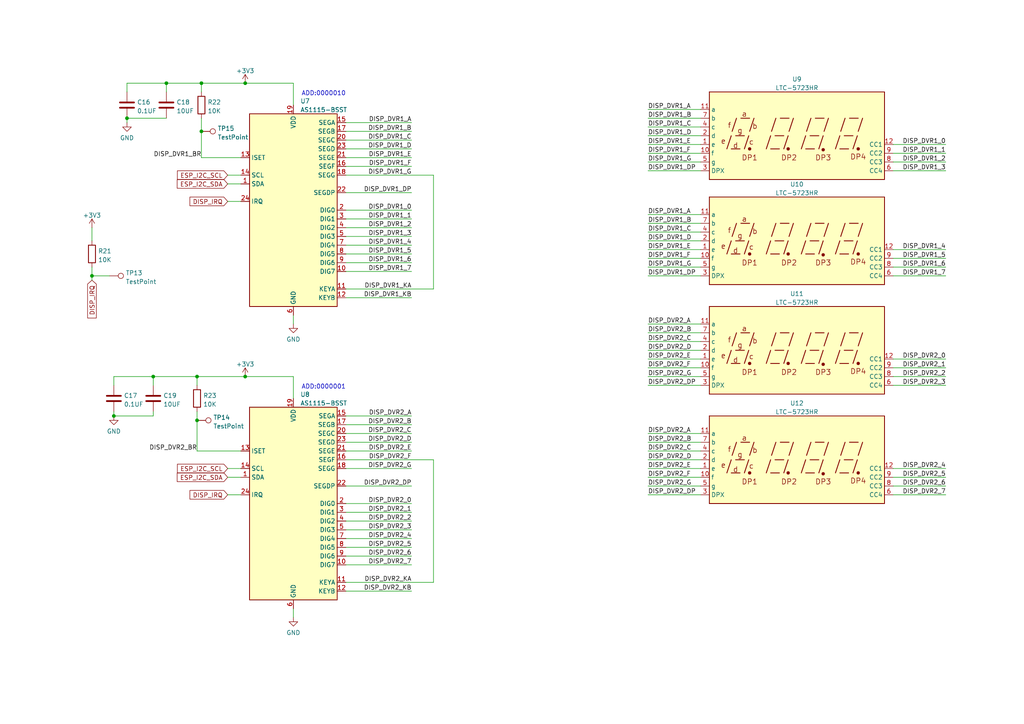
<source format=kicad_sch>
(kicad_sch (version 20211123) (generator eeschema)
  (paper "A4")
  (title_block (title "REFLOW OVEN RETOROFIT BORAD DISPLAY") (date "2022-12-25") (rev "B"))
  (lib_symbols
    (symbol "Connector:TestPoint" (pin_numbers hide) (pin_names (offset 0.762) hide)
      (property "Reference" "TP" (at 0 6.858 0))
      (property "Value" "TestPoint" (at 0 5.08 0))
      (symbol "TestPoint_0_1"
        (circle (center 0 3.302) (radius 0.762))
      )
      (symbol "TestPoint_1_1"
        (pin passive line (at 0 0 90) (length 2.54) (name "1") (number "1"))
      )
    )
    (symbol "Device:C" (pin_numbers hide) (pin_names (offset 0.254))
      (property "Reference" "C" (at 0.635 2.54 0))
      (property "Value" "C" (at 0.635 -2.54 0))
      (symbol "C_0_1"
        (polyline (pts (xy -2.032 -0.762) (xy 2.032 -0.762)) (stroke (width 0.508)))
        (polyline (pts (xy -2.032 0.762) (xy 2.032 0.762)) (stroke (width 0.508)))
      )
      (symbol "C_1_1"
        (pin passive line (at 0 3.81 270) (length 2.794) (name "~") (number "1"))
        (pin passive line (at 0 -3.81 90) (length 2.794) (name "~") (number "2"))
      )
    )
    (symbol "Device:R" (pin_numbers hide) (pin_names (offset 0))
      (property "Reference" "R" (at 2.032 0 90))
      (property "Value" "R" (at 0 0 90))
      (symbol "R_0_1"
        (rectangle (start -1.016 -2.54) (end 1.016 2.54) (stroke (width 0.254)))
      )
      (symbol "R_1_1"
        (pin passive line (at 0 3.81 270) (length 1.27) (name "~") (number "1"))
        (pin passive line (at 0 -3.81 90) (length 1.27) (name "~") (number "2"))
      )
    )
    (symbol "Display_Character:CC56-12CGKWA"
      (property "Reference" "U" (at -24.13 13.97 0))
      (property "Value" "CC56-12CGKWA" (at 17.78 13.97 0))
      (symbol "CC56-12CGKWA_0_0"
        (rectangle (start -25.4 12.7) (end 25.4 -12.7) (stroke (width 0.254)) (fill (type background)))
        (polyline (pts (xy -20.32 -3.81) (xy -19.05 0)) (stroke (width 0.254)))
        (polyline (pts (xy -19.05 -3.81) (xy -16.51 -3.81)) (stroke (width 0.254)))
        (polyline (pts (xy -18.796 1.27) (xy -17.526 5.08)) (stroke (width 0.254)))
        (polyline (pts (xy -17.78 0) (xy -15.24 0)) (stroke (width 0.254)))
        (polyline (pts (xy -16.256 5.08) (xy -13.716 5.08)) (stroke (width 0.254)))
        (polyline (pts (xy -15.24 -3.81) (xy -13.97 0)) (stroke (width 0.254)))
        (polyline (pts (xy -13.716 1.27) (xy -12.446 5.08)) (stroke (width 0.254)))
        (polyline (pts (xy -8.89 -3.81) (xy -7.62 0)) (stroke (width 0.254)))
        (polyline (pts (xy -7.62 -3.81) (xy -5.08 -3.81)) (stroke (width 0.254)))
        (polyline (pts (xy -7.366 1.27) (xy -6.096 5.08)) (stroke (width 0.254)))
        (polyline (pts (xy -6.35 0) (xy -3.81 0)) (stroke (width 0.254)))
        (polyline (pts (xy -4.826 5.08) (xy -2.286 5.08)) (stroke (width 0.254)))
        (polyline (pts (xy -3.81 -3.81) (xy -2.54 0)) (stroke (width 0.254)))
        (polyline (pts (xy -2.286 1.27) (xy -1.016 5.08)) (stroke (width 0.254)))
        (polyline (pts (xy 1.27 -3.81) (xy 2.54 0)) (stroke (width 0.254)))
        (polyline (pts (xy 2.54 -3.81) (xy 5.08 -3.81)) (stroke (width 0.254)))
        (polyline (pts (xy 2.794 1.27) (xy 4.064 5.08)) (stroke (width 0.254)))
        (polyline (pts (xy 3.81 0) (xy 6.35 0)) (stroke (width 0.254)))
        (polyline (pts (xy 5.334 5.08) (xy 7.874 5.08)) (stroke (width 0.254)))
        (polyline (pts (xy 6.35 -3.81) (xy 7.62 0)) (stroke (width 0.254)))
        (polyline (pts (xy 7.874 1.27) (xy 9.144 5.08)) (stroke (width 0.254)))
        (polyline (pts (xy 11.176 -3.81) (xy 12.446 0)) (stroke (width 0.254)))
        (polyline (pts (xy 12.446 -3.81) (xy 14.986 -3.81)) (stroke (width 0.254)))
        (polyline (pts (xy 12.7 1.27) (xy 13.97 5.08)) (stroke (width 0.254)))
        (polyline (pts (xy 13.716 0) (xy 16.256 0)) (stroke (width 0.254)))
        (polyline (pts (xy 15.24 5.08) (xy 17.78 5.08)) (stroke (width 0.254)))
        (polyline (pts (xy 16.256 -3.81) (xy 17.526 0)) (stroke (width 0.254)))
        (polyline (pts (xy 17.78 1.27) (xy 19.05 5.08)) (stroke (width 0.254)))
        (text "a" (at -15.24 6.35 0) (effects (font (size 1.524 1.524))))
        (text "b" (at -12.192 2.794 0) (effects (font (size 1.524 1.524))))
        (text "c" (at -13.208 -1.778 0) (effects (font (size 1.524 1.524))))
        (text "d" (at -17.78 -2.794 0) (effects (font (size 1.524 1.524))))
        (text "DP1" (at -13.716 -6.35 0) (effects (font (size 1.524 1.524))))
        (text "DP2" (at -2.286 -6.35 0) (effects (font (size 1.524 1.524))))
        (text "DP3" (at 7.62 -6.35 0) (effects (font (size 1.524 1.524))))
        (text "DP4" (at 17.78 -6.096 0) (effects (font (size 1.524 1.524))))
        (text "e" (at -21.336 -1.524 0) (effects (font (size 1.524 1.524))))
        (text "f" (at -19.558 3.048 0) (effects (font (size 1.524 1.524))))
        (text "g" (at -16.51 1.524 0) (effects (font (size 1.524 1.524))))
      )
      (symbol "CC56-12CGKWA_0_1"
        (circle (center -13.716 -3.81) (radius 0.3556) (stroke (width 0.254)) (fill (type outline)))
        (circle (center -2.54 -3.81) (radius 0.3556) (stroke (width 0.254)) (fill (type outline)))
      )
      (symbol "CC56-12CGKWA_1_0"
        (circle (center 7.62 -4.064) (radius 0.3556) (stroke (width 0.254)) (fill (type outline)))
        (circle (center 17.78 -3.81) (radius 0.3556) (stroke (width 0.254)) (fill (type outline)))
      )
      (symbol "CC56-12CGKWA_1_1"
        (pin input line (at -27.94 -2.54 0) (length 2.54) (name "e") (number "1"))
        (pin input line (at -27.94 -5.08 0) (length 2.54) (name "f") (number "10"))
        (pin input line (at -27.94 7.62 0) (length 2.54) (name "a") (number "11"))
        (pin input line (at 27.94 -2.54 180) (length 2.54) (name "CC1") (number "12"))
        (pin input line (at -27.94 0 0) (length 2.54) (name "d") (number "2"))
        (pin input line (at -27.94 -10.16 0) (length 2.54) (name "DPX") (number "3"))
        (pin input line (at -27.94 2.54 0) (length 2.54) (name "c") (number "4"))
        (pin input line (at -27.94 -7.62 0) (length 2.54) (name "g") (number "5"))
        (pin input line (at 27.94 -10.16 180) (length 2.54) (name "CC4") (number "6"))
        (pin input line (at -27.94 5.08 0) (length 2.54) (name "b") (number "7"))
        (pin input line (at 27.94 -7.62 180) (length 2.54) (name "CC3") (number "8"))
        (pin input line (at 27.94 -5.08 180) (length 2.54) (name "CC2") (number "9"))
      )
    )
    (symbol "Interface_Expansion:AS1115-BSST"
      (property "Reference" "U" (at -10.16 29.21 0))
      (property "Value" "AS1115-BSST" (at 2.54 29.21 0))
      (symbol "AS1115-BSST_0_1"
        (rectangle (start -12.7 27.94) (end 12.7 -27.94) (stroke (width 0.254)) (fill (type background)))
      )
      (symbol "AS1115-BSST_1_1"
        (pin bidirectional line (at -15.24 7.62 0) (length 2.54) (name "SDA") (number "1"))
        (pin open_collector line (at 15.24 -17.78 180) (length 2.54) (name "DIG7") (number "10"))
        (pin open_collector line (at 15.24 -22.86 180) (length 2.54) (name "KEYA") (number "11"))
        (pin open_collector line (at 15.24 -25.4 180) (length 2.54) (name "KEYB") (number "12"))
        (pin passive line (at -15.24 15.24 0) (length 2.54) (name "ISET") (number "13"))
        (pin input line (at -15.24 10.16 0) (length 2.54) (name "SCL") (number "14"))
        (pin output line (at 15.24 25.4 180) (length 2.54) (name "SEGA") (number "15"))
        (pin output line (at 15.24 12.7 180) (length 2.54) (name "SEGF") (number "16"))
        (pin output line (at 15.24 22.86 180) (length 2.54) (name "SEGB") (number "17"))
        (pin output line (at 15.24 10.16 180) (length 2.54) (name "SEGG") (number "18"))
        (pin power_in line (at 0 30.48 270) (length 2.54) (name "VDD") (number "19"))
        (pin open_collector line (at 15.24 0 180) (length 2.54) (name "DIG0") (number "2"))
        (pin output line (at 15.24 20.32 180) (length 2.54) (name "SEGC") (number "20"))
        (pin output line (at 15.24 15.24 180) (length 2.54) (name "SEGE") (number "21"))
        (pin output line (at 15.24 5.08 180) (length 2.54) (name "SEGDP") (number "22"))
        (pin output line (at 15.24 17.78 180) (length 2.54) (name "SEGD") (number "23"))
        (pin open_collector line (at -15.24 2.54 0) (length 2.54) (name "IRQ") (number "24"))
        (pin open_collector line (at 15.24 -2.54 180) (length 2.54) (name "DIG1") (number "3"))
        (pin open_collector line (at 15.24 -5.08 180) (length 2.54) (name "DIG2") (number "4"))
        (pin open_collector line (at 15.24 -7.62 180) (length 2.54) (name "DIG3") (number "5"))
        (pin power_in line (at 0 -30.48 90) (length 2.54) (name "GND") (number "6"))
        (pin open_collector line (at 15.24 -10.16 180) (length 2.54) (name "DIG4") (number "7"))
        (pin open_collector line (at 15.24 -12.7 180) (length 2.54) (name "DIG5") (number "8"))
        (pin open_collector line (at 15.24 -15.24 180) (length 2.54) (name "DIG6") (number "9"))
      )
    )
    (symbol "power:+3V3" (power) (pin_names (offset 0))
      (property "Value" "+3V3" (at 0 3.556 0))
      (symbol "+3V3_0_1"
        (polyline (pts (xy -0.762 1.27) (xy 0 2.54)))
        (polyline (pts (xy 0 0) (xy 0 2.54)))
        (polyline (pts (xy 0 2.54) (xy 0.762 1.27)))
      )
      (symbol "+3V3_1_1"
        (pin power_in line (at 0 0 90) (length 0) hide (name "+3V3") (number "1"))
      )
    )
    (symbol "power:GND" (power) (pin_names (offset 0))
      (property "Value" "GND" (at 0 -3.81 0))
      (symbol "GND_0_1"
        (polyline (pts (xy 0 0) (xy 0 -1.27) (xy 1.27 -1.27) (xy 0 -2.54) (xy -1.27 -1.27) (xy 0 -1.27)))
      )
      (symbol "GND_1_1"
        (pin power_in line (at 0 0 270) (length 0) hide (name "GND") (number "1"))
      )
    )
  )
  (junction (at 33.02 120.65))
  (junction (at 58.42 24.13))
  (junction (at 71.12 24.13))
  (junction (at 48.26 24.13))
  (junction (at 57.15 109.22))
  (junction (at 57.15 121.92))
  (junction (at 58.42 38.1))
  (junction (at 44.45 109.22))
  (junction (at 71.12 109.22))
  (junction (at 26.67 80.01))
  (junction (at 36.83 34.29))
  (wire (pts (xy 259.08 46.99) (xy 274.32 46.99)))
  (wire (pts (xy 187.96 99.06) (xy 203.2 99.06)))
  (wire (pts (xy 259.08 140.97) (xy 274.32 140.97)))
  (wire (pts (xy 44.45 109.22) (xy 57.15 109.22)))
  (wire (pts (xy 100.33 120.65) (xy 119.38 120.65)))
  (wire (pts (xy 100.33 40.64) (xy 119.38 40.64)))
  (wire (pts (xy 187.96 140.97) (xy 203.2 140.97)))
  (wire (pts (xy 36.83 24.13) (xy 48.26 24.13)))
  (wire (pts (xy 187.96 64.77) (xy 203.2 64.77)))
  (wire (pts (xy 259.08 80.01) (xy 274.32 80.01)))
  (wire (pts (xy 187.96 44.45) (xy 203.2 44.45)))
  (wire (pts (xy 187.96 93.98) (xy 203.2 93.98)))
  (wire (pts (xy 125.73 133.35) (xy 125.73 168.91)))
  (wire (pts (xy 259.08 109.22) (xy 274.32 109.22)))
  (wire (pts (xy 187.96 130.81) (xy 203.2 130.81)))
  (wire (pts (xy 66.04 143.51) (xy 69.85 143.51)))
  (wire (pts (xy 33.02 119.38) (xy 33.02 120.65)))
  (wire (pts (xy 100.33 128.27) (xy 119.38 128.27)))
  (wire (pts (xy 66.04 53.34) (xy 69.85 53.34)))
  (wire (pts (xy 100.33 48.26) (xy 119.38 48.26)))
  (wire (pts (xy 187.96 125.73) (xy 203.2 125.73)))
  (wire (pts (xy 33.02 120.65) (xy 44.45 120.65)))
  (wire (pts (xy 259.08 104.14) (xy 274.32 104.14)))
  (wire (pts (xy 100.33 71.12) (xy 119.38 71.12)))
  (wire (pts (xy 100.33 130.81) (xy 119.38 130.81)))
  (wire (pts (xy 85.09 24.13) (xy 85.09 30.48)))
  (wire (pts (xy 187.96 80.01) (xy 203.2 80.01)))
  (wire (pts (xy 100.33 45.72) (xy 119.38 45.72)))
  (wire (pts (xy 187.96 101.6) (xy 203.2 101.6)))
  (wire (pts (xy 100.33 125.73) (xy 119.38 125.73)))
  (wire (pts (xy 259.08 135.89) (xy 274.32 135.89)))
  (wire (pts (xy 187.96 39.37) (xy 203.2 39.37)))
  (wire (pts (xy 187.96 128.27) (xy 203.2 128.27)))
  (wire (pts (xy 100.33 156.21) (xy 119.38 156.21)))
  (wire (pts (xy 100.33 38.1) (xy 119.38 38.1)))
  (wire (pts (xy 58.42 38.1) (xy 58.42 34.29)))
  (wire (pts (xy 187.96 49.53) (xy 203.2 49.53)))
  (wire (pts (xy 100.33 76.2) (xy 119.38 76.2)))
  (wire (pts (xy 71.12 24.13) (xy 85.09 24.13)))
  (wire (pts (xy 26.67 66.04) (xy 26.67 69.85)))
  (wire (pts (xy 187.96 77.47) (xy 203.2 77.47)))
  (wire (pts (xy 100.33 135.89) (xy 119.38 135.89)))
  (wire (pts (xy 259.08 77.47) (xy 274.32 77.47)))
  (wire (pts (xy 187.96 109.22) (xy 203.2 109.22)))
  (wire (pts (xy 100.33 73.66) (xy 119.38 73.66)))
  (wire (pts (xy 100.33 66.04) (xy 119.38 66.04)))
  (wire (pts (xy 125.73 50.8) (xy 125.73 83.82)))
  (wire (pts (xy 187.96 143.51) (xy 203.2 143.51)))
  (wire (pts (xy 259.08 138.43) (xy 274.32 138.43)))
  (wire (pts (xy 187.96 104.14) (xy 203.2 104.14)))
  (wire (pts (xy 100.33 68.58) (xy 119.38 68.58)))
  (wire (pts (xy 259.08 111.76) (xy 274.32 111.76)))
  (wire (pts (xy 259.08 49.53) (xy 274.32 49.53)))
  (wire (pts (xy 100.33 140.97) (xy 119.38 140.97)))
  (wire (pts (xy 187.96 74.93) (xy 203.2 74.93)))
  (wire (pts (xy 187.96 34.29) (xy 203.2 34.29)))
  (wire (pts (xy 36.83 34.29) (xy 36.83 35.56)))
  (wire (pts (xy 58.42 45.72) (xy 69.85 45.72)))
  (wire (pts (xy 259.08 72.39) (xy 274.32 72.39)))
  (wire (pts (xy 100.33 161.29) (xy 119.38 161.29)))
  (wire (pts (xy 100.33 163.83) (xy 119.38 163.83)))
  (wire (pts (xy 100.33 55.88) (xy 119.38 55.88)))
  (wire (pts (xy 100.33 158.75) (xy 119.38 158.75)))
  (wire (pts (xy 71.12 109.22) (xy 85.09 109.22)))
  (wire (pts (xy 26.67 80.01) (xy 26.67 81.28)))
  (wire (pts (xy 100.33 60.96) (xy 119.38 60.96)))
  (wire (pts (xy 58.42 24.13) (xy 58.42 26.67)))
  (wire (pts (xy 100.33 50.8) (xy 125.73 50.8)))
  (wire (pts (xy 33.02 111.76) (xy 33.02 109.22)))
  (wire (pts (xy 259.08 106.68) (xy 274.32 106.68)))
  (wire (pts (xy 26.67 77.47) (xy 26.67 80.01)))
  (wire (pts (xy 26.67 80.01) (xy 31.75 80.01)))
  (wire (pts (xy 100.33 83.82) (xy 125.73 83.82)))
  (wire (pts (xy 259.08 41.91) (xy 274.32 41.91)))
  (wire (pts (xy 187.96 72.39) (xy 203.2 72.39)))
  (wire (pts (xy 100.33 151.13) (xy 119.38 151.13)))
  (wire (pts (xy 85.09 176.53) (xy 85.09 179.07)))
  (wire (pts (xy 187.96 46.99) (xy 203.2 46.99)))
  (wire (pts (xy 85.09 109.22) (xy 85.09 115.57)))
  (wire (pts (xy 187.96 133.35) (xy 203.2 133.35)))
  (wire (pts (xy 57.15 121.92) (xy 57.15 130.81)))
  (wire (pts (xy 100.33 43.18) (xy 119.38 43.18)))
  (wire (pts (xy 187.96 69.85) (xy 203.2 69.85)))
  (wire (pts (xy 58.42 45.72) (xy 58.42 38.1)))
  (wire (pts (xy 66.04 135.89) (xy 69.85 135.89)))
  (wire (pts (xy 187.96 67.31) (xy 203.2 67.31)))
  (wire (pts (xy 259.08 74.93) (xy 274.32 74.93)))
  (wire (pts (xy 259.08 143.51) (xy 274.32 143.51)))
  (wire (pts (xy 100.33 63.5) (xy 119.38 63.5)))
  (wire (pts (xy 44.45 119.38) (xy 44.45 120.65)))
  (wire (pts (xy 100.33 146.05) (xy 119.38 146.05)))
  (wire (pts (xy 100.33 123.19) (xy 119.38 123.19)))
  (wire (pts (xy 100.33 133.35) (xy 125.73 133.35)))
  (wire (pts (xy 33.02 109.22) (xy 44.45 109.22)))
  (wire (pts (xy 57.15 111.76) (xy 57.15 109.22)))
  (wire (pts (xy 57.15 109.22) (xy 71.12 109.22)))
  (wire (pts (xy 100.33 171.45) (xy 119.38 171.45)))
  (wire (pts (xy 187.96 111.76) (xy 203.2 111.76)))
  (wire (pts (xy 48.26 24.13) (xy 58.42 24.13)))
  (wire (pts (xy 100.33 148.59) (xy 119.38 148.59)))
  (wire (pts (xy 100.33 153.67) (xy 119.38 153.67)))
  (wire (pts (xy 187.96 36.83) (xy 203.2 36.83)))
  (wire (pts (xy 57.15 130.81) (xy 69.85 130.81)))
  (wire (pts (xy 100.33 78.74) (xy 119.38 78.74)))
  (wire (pts (xy 259.08 44.45) (xy 274.32 44.45)))
  (wire (pts (xy 66.04 58.42) (xy 69.85 58.42)))
  (wire (pts (xy 187.96 96.52) (xy 203.2 96.52)))
  (wire (pts (xy 100.33 168.91) (xy 125.73 168.91)))
  (wire (pts (xy 100.33 86.36) (xy 119.38 86.36)))
  (wire (pts (xy 58.42 24.13) (xy 71.12 24.13)))
  (wire (pts (xy 187.96 106.68) (xy 203.2 106.68)))
  (wire (pts (xy 85.09 91.44) (xy 85.09 93.98)))
  (wire (pts (xy 36.83 26.67) (xy 36.83 24.13)))
  (wire (pts (xy 48.26 26.67) (xy 48.26 24.13)))
  (wire (pts (xy 66.04 138.43) (xy 69.85 138.43)))
  (wire (pts (xy 44.45 111.76) (xy 44.45 109.22)))
  (wire (pts (xy 36.83 34.29) (xy 48.26 34.29)))
  (wire (pts (xy 57.15 119.38) (xy 57.15 121.92)))
  (wire (pts (xy 187.96 31.75) (xy 203.2 31.75)))
  (wire (pts (xy 66.04 50.8) (xy 69.85 50.8)))
  (wire (pts (xy 187.96 138.43) (xy 203.2 138.43)))
  (wire (pts (xy 187.96 62.23) (xy 203.2 62.23)))
  (wire (pts (xy 187.96 41.91) (xy 203.2 41.91)))
  (wire (pts (xy 187.96 135.89) (xy 203.2 135.89)))
  (wire (pts (xy 100.33 35.56) (xy 119.38 35.56)))
  (text "ADD:0000001\n" (at 100.33 113.03 180) (effects (font (size 1.27 1.27)) (justify right bottom)))
  (text "ADD:0000010\n" (at 100.33 27.94 180) (effects (font (size 1.27 1.27)) (justify right bottom)))
  (label "DISP_DVR1_5" (at 119.38 73.66 180))
  (label "DISP_DVR2_E" (at 119.38 130.81 180))
  (label "DISP_DVR1_KB" (at 119.38 86.36 180))
  (label "DISP_DVR1_F" (at 187.96 44.45 0))
  (label "DISP_DVR2_7" (at 119.38 163.83 180))
  (label "DISP_DVR1_1" (at 274.32 44.45 180))
  (label "DISP_DVR1_E" (at 187.96 72.39 0))
  (label "DISP_DVR2_G" (at 187.96 140.97 0))
  (label "DISP_DVR2_DP" (at 119.38 140.97 180))
  (label "DISP_DVR1_G" (at 119.38 50.8 180))
  (label "DISP_DVR2_5" (at 119.38 158.75 180))
  (label "DISP_DVR2_F" (at 187.96 106.68 0))
  (label "DISP_DVR2_C" (at 187.96 130.81 0))
  (label "DISP_DVR1_0" (at 119.38 60.96 180))
  (label "DISP_DVR2_F" (at 187.96 138.43 0))
  (label "DISP_DVR1_DP" (at 187.96 49.53 0))
  (label "DISP_DVR2_6" (at 119.38 161.29 180))
  (label "DISP_DVR1_D" (at 187.96 39.37 0))
  (label "DISP_DVR1_4" (at 274.32 72.39 180))
  (label "DISP_DVR2_B" (at 119.38 123.19 180))
  (label "DISP_DVR1_6" (at 119.38 76.2 180))
  (label "DISP_DVR2_D" (at 119.38 128.27 180))
  (label "DISP_DVR2_1" (at 274.32 106.68 180))
  (label "DISP_DVR2_4" (at 119.38 156.21 180))
  (label "DISP_DVR1_B" (at 187.96 64.77 0))
  (label "DISP_DVR2_C" (at 187.96 99.06 0))
  (label "DISP_DVR2_KB" (at 119.38 171.45 180))
  (label "DISP_DVR2_4" (at 274.32 135.89 180))
  (label "DISP_DVR2_DP" (at 187.96 143.51 0))
  (label "DISP_DVR1_3" (at 119.38 68.58 180))
  (label "DISP_DVR2_7" (at 274.32 143.51 180))
  (label "DISP_DVR2_5" (at 274.32 138.43 180))
  (label "DISP_DVR1_B" (at 119.38 38.1 180))
  (label "DISP_DVR1_3" (at 274.32 49.53 180))
  (label "DISP_DVR2_0" (at 274.32 104.14 180))
  (label "DISP_DVR2_G" (at 187.96 109.22 0))
  (label "DISP_DVR2_6" (at 274.32 140.97 180))
  (label "DISP_DVR2_KA" (at 119.38 168.91 180))
  (label "DISP_DVR1_A" (at 119.38 35.56 180))
  (label "DISP_DVR2_B" (at 187.96 128.27 0))
  (label "DISP_DVR2_D" (at 187.96 133.35 0))
  (label "DISP_DVR1_E" (at 187.96 41.91 0))
  (label "DISP_DVR2_2" (at 119.38 151.13 180))
  (label "DISP_DVR1_1" (at 119.38 63.5 180))
  (label "DISP_DVR1_5" (at 274.32 74.93 180))
  (label "DISP_DVR2_A" (at 119.38 120.65 180))
  (label "DISP_DVR1_C" (at 187.96 36.83 0))
  (label "DISP_DVR1_G" (at 187.96 46.99 0))
  (label "DISP_DVR2_E" (at 187.96 135.89 0))
  (label "DISP_DVR2_BR" (at 57.15 130.81 180))
  (label "DISP_DVR1_7" (at 119.38 78.74 180))
  (label "DISP_DVR2_3" (at 119.38 153.67 180))
  (label "DISP_DVR1_E" (at 119.38 45.72 180))
  (label "DISP_DVR1_D" (at 187.96 69.85 0))
  (label "DISP_DVR2_C" (at 119.38 125.73 180))
  (label "DISP_DVR1_F" (at 119.38 48.26 180))
  (label "DISP_DVR2_D" (at 187.96 101.6 0))
  (label "DISP_DVR2_G" (at 119.38 135.89 180))
  (label "DISP_DVR1_6" (at 274.32 77.47 180))
  (label "DISP_DVR1_2" (at 119.38 66.04 180))
  (label "DISP_DVR1_D" (at 119.38 43.18 180))
  (label "DISP_DVR1_C" (at 187.96 67.31 0))
  (label "DISP_DVR1_F" (at 187.96 74.93 0))
  (label "DISP_DVR1_A" (at 187.96 31.75 0))
  (label "DISP_DVR1_7" (at 274.32 80.01 180))
  (label "DISP_DVR2_2" (at 274.32 109.22 180))
  (label "DISP_DVR2_3" (at 274.32 111.76 180))
  (label "DISP_DVR2_E" (at 187.96 104.14 0))
  (label "DISP_DVR1_0" (at 274.32 41.91 180))
  (label "DISP_DVR2_0" (at 119.38 146.05 180))
  (label "DISP_DVR1_A" (at 187.96 62.23 0))
  (label "DISP_DVR1_KA" (at 119.38 83.82 180))
  (label "DISP_DVR1_C" (at 119.38 40.64 180))
  (label "DISP_DVR1_DP" (at 119.38 55.88 180))
  (label "DISP_DVR2_B" (at 187.96 96.52 0))
  (label "DISP_DVR1_2" (at 274.32 46.99 180))
  (label "DISP_DVR2_A" (at 187.96 93.98 0))
  (label "DISP_DVR1_G" (at 187.96 77.47 0))
  (label "DISP_DVR1_DP" (at 187.96 80.01 0))
  (label "DISP_DVR2_A" (at 187.96 125.73 0))
  (label "DISP_DVR1_B" (at 187.96 34.29 0))
  (label "DISP_DVR2_1" (at 119.38 148.59 180))
  (label "DISP_DVR2_DP" (at 187.96 111.76 0))
  (label "DISP_DVR1_4" (at 119.38 71.12 180))
  (label "DISP_DVR1_BR" (at 58.42 45.72 180))
  (label "DISP_DVR2_F" (at 119.38 133.35 180))
  (global_label "DISP_IRQ" (shape input) (at 66.04 143.51 180) (property "Intersheet References" "${INTERSHEET_REFS}" (effects hide)))
  (global_label "DISP_IRQ" (shape input) (at 66.04 58.42 180) (property "Intersheet References" "${INTERSHEET_REFS}" (effects hide)))
  (global_label "ESP_I2C_SCL" (shape input) (at 66.04 135.89 180) (property "Intersheet References" "${INTERSHEET_REFS}" (effects hide)))
  (global_label "ESP_I2C_SCL" (shape input) (at 66.04 50.8 180) (property "Intersheet References" "${INTERSHEET_REFS}" (effects hide)))
  (global_label "ESP_I2C_SDA" (shape input) (at 66.04 138.43 180) (property "Intersheet References" "${INTERSHEET_REFS}" (effects hide)))
  (global_label "ESP_I2C_SDA" (shape input) (at 66.04 53.34 180) (property "Intersheet References" "${INTERSHEET_REFS}" (effects hide)))
  (global_label "DISP_IRQ" (shape input) (at 26.67 81.28 270) (property "Intersheet References" "${INTERSHEET_REFS}" (effects hide)))
  (symbol (lib_id "Device:R") (at 58.42 30.48 0) (unit 1)
    (property "Reference" "R22" (at 60.198 29.6453 0) (effects (justify left)))
    (property "Value" "10K" (at 60.198 32.1822 0) (effects (justify left)))
    (property "Footprint" "Resistor_SMD:R_0603_1608Metric" (effects hide))
  )
  (symbol (lib_id "Display_Character:CC56-12CGKWA") (at 231.14 133.35 0) (unit 1)
    (property "Reference" "U12" (at 231.14 116.9502 0))
    (property "Value" "LTC-5723HR" (at 231.14 119.4871 0))
    (property "Footprint" "Display_7Segment:CA56-12CGKWA" (effects hide))
    (property "Datasheet" "http://www.kingbright.com/attachments/file/psearch/000/00/00/CC56-12CGKWA(Ver.8A).pdf" (effects hide))
  )
  (symbol (lib_id "Connector:TestPoint") (at 58.42 38.1 270) (unit 1)
    (property "Reference" "TP15" (at 63.119 37.2653 90) (effects (justify left)))
    (property "Value" "TestPoint" (at 63.119 39.8022 90) (effects (justify left)))
    (property "Footprint" "TestPoint:TestPoint_Pad_D2.0mm" (effects hide))
  )
  (symbol (lib_id "Device:C") (at 48.26 30.48 0) (unit 1)
    (property "Reference" "C18" (at 51.181 29.6453 0) (effects (justify left)))
    (property "Value" "10UF" (at 51.181 32.1822 0) (effects (justify left)))
    (property "Footprint" "Capacitor_SMD:C_0603_1608Metric" (effects hide))
  )
  (symbol (lib_id "Device:C") (at 36.83 30.48 0) (unit 1)
    (property "Reference" "C16" (at 39.751 29.6453 0) (effects (justify left)))
    (property "Value" "0.1UF" (at 39.751 32.1822 0) (effects (justify left)))
    (property "Footprint" "Capacitor_SMD:C_0603_1608Metric" (effects hide))
  )
  (symbol (lib_id "Display_Character:CC56-12CGKWA") (at 231.14 101.6 0) (unit 1)
    (property "Reference" "U11" (at 231.14 85.2002 0))
    (property "Value" "LTC-5723HR" (at 231.14 87.7371 0))
    (property "Footprint" "Display_7Segment:CA56-12CGKWA" (effects hide))
    (property "Datasheet" "http://www.kingbright.com/attachments/file/psearch/000/00/00/CC56-12CGKWA(Ver.8A).pdf" (effects hide))
  )
  (symbol (lib_id "power:GND") (at 36.83 35.56 0) (unit 1)
    (property "Reference" "#PWR057" (effects hide))
    (property "Value" "GND" (at 36.83 40.0034 0))
  )
  (symbol (lib_id "Device:C") (at 33.02 115.57 0) (unit 1)
    (property "Reference" "C17" (at 35.941 114.7353 0) (effects (justify left)))
    (property "Value" "0.1UF" (at 35.941 117.2722 0) (effects (justify left)))
    (property "Footprint" "Capacitor_SMD:C_0603_1608Metric" (effects hide))
  )
  (symbol (lib_id "Interface_Expansion:AS1115-BSST") (at 85.09 146.05 0) (unit 1)
    (property "Reference" "U8" (at 87.1094 114.4102 0) (effects (justify left)))
    (property "Value" "AS1115-BSST" (at 87.1094 116.9471 0) (effects (justify left)))
    (property "Footprint" "Package_SO:QSOP-24_3.9x8.7mm_P0.635mm" (effects hide))
    (property "Datasheet" "https://ams.com/documents/20143/36005/AS1115_DS000206_1-00.pdf/3d3e6d35-b184-1329-adf9-2d769eb2404f" (effects hide))
  )
  (symbol (lib_id "Interface_Expansion:AS1115-BSST") (at 85.09 60.96 0) (unit 1)
    (property "Reference" "U7" (at 87.1094 29.3202 0) (effects (justify left)))
    (property "Value" "AS1115-BSST" (at 87.1094 31.8571 0) (effects (justify left)))
    (property "Footprint" "Package_SO:QSOP-24_3.9x8.7mm_P0.635mm" (effects hide))
    (property "Datasheet" "https://ams.com/documents/20143/36005/AS1115_DS000206_1-00.pdf/3d3e6d35-b184-1329-adf9-2d769eb2404f" (effects hide))
  )
  (symbol (lib_id "Device:R") (at 26.67 73.66 0) (unit 1)
    (property "Reference" "R21" (at 28.448 72.8253 0) (effects (justify left)))
    (property "Value" "10K" (at 28.448 75.3622 0) (effects (justify left)))
    (property "Footprint" "Resistor_SMD:R_0603_1608Metric" (effects hide))
  )
  (symbol (lib_id "power:GND") (at 33.02 120.65 0) (unit 1)
    (property "Reference" "#PWR058" (effects hide))
    (property "Value" "GND" (at 33.02 125.0934 0))
  )
  (symbol (lib_id "Display_Character:CC56-12CGKWA") (at 231.14 39.37 0) (unit 1)
    (property "Reference" "U9" (at 231.14 22.9702 0))
    (property "Value" "LTC-5723HR" (at 231.14 25.5071 0))
    (property "Footprint" "Display_7Segment:CA56-12CGKWA" (effects hide))
    (property "Datasheet" "http://www.kingbright.com/attachments/file/psearch/000/00/00/CC56-12CGKWA(Ver.8A).pdf" (effects hide))
  )
  (symbol (lib_id "power:GND") (at 85.09 93.98 0) (unit 1)
    (property "Reference" "#PWR061" (effects hide))
    (property "Value" "GND" (at 85.09 98.4234 0))
  )
  (symbol (lib_id "Display_Character:CC56-12CGKWA") (at 231.14 69.85 0) (unit 1)
    (property "Reference" "U10" (at 231.14 53.4502 0))
    (property "Value" "LTC-5723HR" (at 231.14 55.9871 0))
    (property "Footprint" "Display_7Segment:CA56-12CGKWA" (effects hide))
    (property "Datasheet" "http://www.kingbright.com/attachments/file/psearch/000/00/00/CC56-12CGKWA(Ver.8A).pdf" (effects hide))
  )
  (symbol (lib_id "Connector:TestPoint") (at 57.15 121.92 270) (unit 1)
    (property "Reference" "TP14" (at 61.849 121.0853 90) (effects (justify left)))
    (property "Value" "TestPoint" (at 61.849 123.6222 90) (effects (justify left)))
    (property "Footprint" "TestPoint:TestPoint_Pad_D2.0mm" (effects hide))
  )
  (symbol (lib_id "power:+3V3") (at 71.12 24.13 0) (unit 1)
    (property "Reference" "#PWR059" (effects hide))
    (property "Value" "+3V3" (at 71.12 20.5542 0))
  )
  (symbol (lib_id "power:+3V3") (at 71.12 109.22 0) (unit 1)
    (property "Reference" "#PWR060" (effects hide))
    (property "Value" "+3V3" (at 71.12 105.6442 0))
  )
  (symbol (lib_id "power:+3V3") (at 26.67 66.04 0) (unit 1)
    (property "Reference" "#PWR056" (effects hide))
    (property "Value" "+3V3" (at 26.67 62.4642 0))
  )
  (symbol (lib_id "power:GND") (at 85.09 179.07 0) (unit 1)
    (property "Reference" "#PWR062" (effects hide))
    (property "Value" "GND" (at 85.09 183.5134 0))
  )
  (symbol (lib_id "Connector:TestPoint") (at 31.75 80.01 270) (unit 1)
    (property "Reference" "TP13" (at 36.449 79.1753 90) (effects (justify left)))
    (property "Value" "TestPoint" (at 36.449 81.7122 90) (effects (justify left)))
    (property "Footprint" "TestPoint:TestPoint_Pad_D2.0mm" (effects hide))
  )
  (symbol (lib_id "Device:C") (at 44.45 115.57 0) (unit 1)
    (property "Reference" "C19" (at 47.371 114.7353 0) (effects (justify left)))
    (property "Value" "10UF" (at 47.371 117.2722 0) (effects (justify left)))
    (property "Footprint" "Capacitor_SMD:C_0603_1608Metric" (effects hide))
  )
  (symbol (lib_id "Device:R") (at 57.15 115.57 0) (unit 1)
    (property "Reference" "R23" (at 58.928 114.7353 0) (effects (justify left)))
    (property "Value" "10K" (at 58.928 117.2722 0) (effects (justify left)))
    (property "Footprint" "Resistor_SMD:R_0603_1608Metric" (effects hide))
  )
)
</source>
